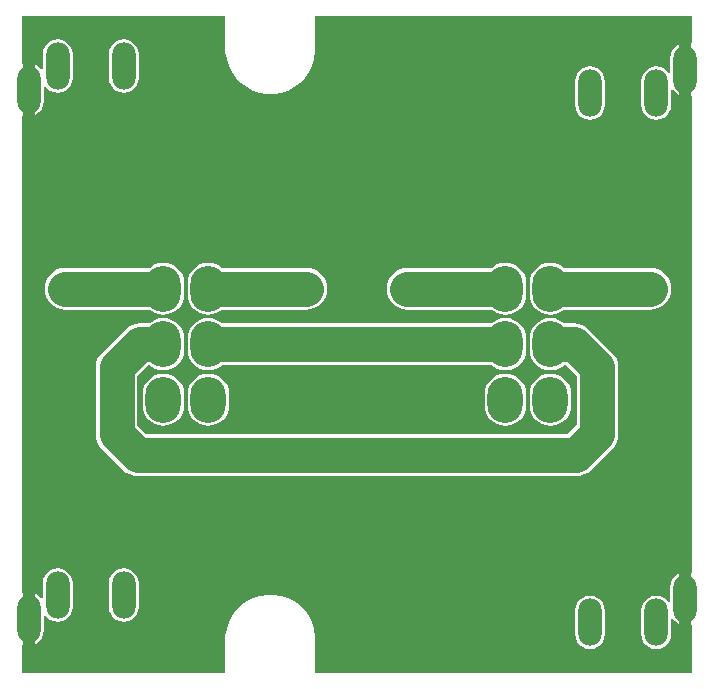
<source format=gbl>
G04*
G04 #@! TF.GenerationSoftware,Altium Limited,Altium Designer,18.1.9 (240)*
G04*
G04 Layer_Physical_Order=2*
G04 Layer_Color=16711680*
%FSLAX43Y43*%
%MOMM*%
G71*
G01*
G75*
%ADD14C,3.000*%
%ADD15O,2.000X4.000*%
%ADD16O,3.000X3.900*%
%ADD17C,0.800*%
%ADD18C,3.200*%
G36*
X82562Y79199D02*
X82512Y79165D01*
Y76955D01*
Y74745D01*
X82562Y74711D01*
X82562Y34400D01*
X82512Y34367D01*
Y32156D01*
Y29946D01*
X82562Y29912D01*
Y25900D01*
X50716Y25900D01*
Y28706D01*
X50716D01*
X50704Y29005D01*
X50611Y29596D01*
X50426Y30166D01*
X50154Y30699D01*
X49802Y31184D01*
X49378Y31607D01*
X48894Y31959D01*
X48360Y32231D01*
X47791Y32416D01*
X47199Y32510D01*
X46601D01*
X46009Y32416D01*
X45440Y32231D01*
X44906Y31959D01*
X44422Y31607D01*
X43998Y31184D01*
X43646Y30699D01*
X43374Y30166D01*
X43189Y29596D01*
X43096Y29005D01*
X43084Y28706D01*
X43084D01*
Y25900D01*
X25900Y25900D01*
Y28212D01*
X25950Y28246D01*
Y30456D01*
Y32667D01*
X25900Y32700D01*
X25900Y73011D01*
X25950Y73045D01*
Y75255D01*
Y77465D01*
X25900Y77499D01*
Y81511D01*
X43084Y81511D01*
Y78706D01*
X43084D01*
X43096Y78406D01*
X43189Y77815D01*
X43374Y77245D01*
X43646Y76712D01*
X43998Y76227D01*
X44422Y75804D01*
X44906Y75452D01*
X45440Y75180D01*
X46009Y74995D01*
X46601Y74901D01*
X47199D01*
X47791Y74995D01*
X48360Y75180D01*
X48894Y75452D01*
X49378Y75804D01*
X49802Y76227D01*
X50154Y76712D01*
X50426Y77245D01*
X50611Y77815D01*
X50704Y78406D01*
X50716Y78706D01*
X50716D01*
Y81511D01*
X82562Y81511D01*
Y79199D01*
D02*
G37*
%LPC*%
G36*
X28900Y79520D02*
X28573Y79477D01*
X28268Y79350D01*
X28006Y79149D01*
X27805Y78887D01*
X27678Y78582D01*
X27635Y78255D01*
Y76979D01*
X27508Y76936D01*
X27344Y77149D01*
X27082Y77350D01*
X26950Y77405D01*
Y75255D01*
Y73105D01*
X27082Y73160D01*
X27344Y73361D01*
X27545Y73623D01*
X27672Y73928D01*
X27715Y74255D01*
Y75531D01*
X27842Y75574D01*
X28006Y75361D01*
X28268Y75160D01*
X28573Y75033D01*
X28900Y74990D01*
X29227Y75033D01*
X29532Y75160D01*
X29794Y75361D01*
X29995Y75623D01*
X30122Y75928D01*
X30165Y76255D01*
Y78255D01*
X30122Y78582D01*
X29995Y78887D01*
X29794Y79149D01*
X29532Y79350D01*
X29227Y79477D01*
X28900Y79520D01*
D02*
G37*
G36*
X81512Y79105D02*
X81380Y79050D01*
X81118Y78849D01*
X80917Y78587D01*
X80790Y78282D01*
X80747Y77955D01*
Y76679D01*
X80620Y76636D01*
X80456Y76849D01*
X80194Y77050D01*
X79889Y77177D01*
X79562Y77220D01*
X79235Y77177D01*
X78930Y77050D01*
X78668Y76849D01*
X78467Y76587D01*
X78340Y76282D01*
X78297Y75955D01*
Y73955D01*
X78340Y73628D01*
X78467Y73323D01*
X78668Y73061D01*
X78930Y72860D01*
X79235Y72733D01*
X79562Y72690D01*
X79889Y72733D01*
X80194Y72860D01*
X80456Y73061D01*
X80657Y73323D01*
X80784Y73628D01*
X80827Y73955D01*
Y75231D01*
X80954Y75274D01*
X81118Y75061D01*
X81380Y74860D01*
X81512Y74805D01*
Y76955D01*
Y79105D01*
D02*
G37*
G36*
X34500Y79520D02*
X34173Y79477D01*
X33868Y79350D01*
X33606Y79149D01*
X33405Y78887D01*
X33278Y78582D01*
X33235Y78255D01*
Y76255D01*
X33278Y75928D01*
X33405Y75623D01*
X33606Y75361D01*
X33868Y75160D01*
X34173Y75033D01*
X34500Y74990D01*
X34827Y75033D01*
X35132Y75160D01*
X35394Y75361D01*
X35595Y75623D01*
X35722Y75928D01*
X35765Y76255D01*
Y78255D01*
X35722Y78582D01*
X35595Y78887D01*
X35394Y79149D01*
X35132Y79350D01*
X34827Y79477D01*
X34500Y79520D01*
D02*
G37*
G36*
X73962Y77220D02*
X73635Y77177D01*
X73330Y77050D01*
X73068Y76849D01*
X72867Y76587D01*
X72740Y76282D01*
X72697Y75955D01*
Y73955D01*
X72740Y73628D01*
X72867Y73323D01*
X73068Y73061D01*
X73330Y72860D01*
X73635Y72733D01*
X73962Y72690D01*
X74289Y72733D01*
X74594Y72860D01*
X74856Y73061D01*
X75057Y73323D01*
X75184Y73628D01*
X75227Y73955D01*
Y75955D01*
X75184Y76282D01*
X75057Y76587D01*
X74856Y76849D01*
X74594Y77050D01*
X74289Y77177D01*
X73962Y77220D01*
D02*
G37*
G36*
X70616Y60611D02*
X70272Y60578D01*
X69941Y60477D01*
X69637Y60314D01*
X69370Y60095D01*
X69151Y59828D01*
X68988Y59523D01*
X68887Y59193D01*
X68853Y58849D01*
Y57949D01*
X68887Y57605D01*
X68988Y57275D01*
X69151Y56970D01*
X69370Y56703D01*
X69637Y56484D01*
X69941Y56321D01*
X70272Y56220D01*
X70616Y56187D01*
X70960Y56220D01*
X71290Y56321D01*
X71595Y56484D01*
X71782Y56637D01*
X79075D01*
X79419Y56670D01*
X79749Y56771D01*
X80054Y56934D01*
X80321Y57153D01*
X80540Y57420D01*
X80703Y57725D01*
X80804Y58055D01*
X80837Y58399D01*
X80804Y58743D01*
X80703Y59073D01*
X80540Y59378D01*
X80321Y59645D01*
X80054Y59864D01*
X79749Y60027D01*
X79419Y60128D01*
X79075Y60161D01*
X71782D01*
X71595Y60314D01*
X71290Y60477D01*
X70960Y60578D01*
X70616Y60611D01*
D02*
G37*
G36*
X66806D02*
X66462Y60578D01*
X66131Y60477D01*
X65827Y60314D01*
X65640Y60161D01*
X58510D01*
X58166Y60128D01*
X57835Y60027D01*
X57531Y59864D01*
X57264Y59645D01*
X57045Y59378D01*
X56882Y59073D01*
X56781Y58743D01*
X56747Y58399D01*
X56781Y58055D01*
X56882Y57725D01*
X57045Y57420D01*
X57264Y57153D01*
X57531Y56934D01*
X57835Y56771D01*
X58166Y56670D01*
X58510Y56637D01*
X65640D01*
X65827Y56484D01*
X66131Y56321D01*
X66462Y56220D01*
X66806Y56187D01*
X67150Y56220D01*
X67480Y56321D01*
X67785Y56484D01*
X68052Y56703D01*
X68271Y56970D01*
X68434Y57275D01*
X68535Y57605D01*
X68568Y57949D01*
Y58849D01*
X68535Y59193D01*
X68434Y59523D01*
X68271Y59828D01*
X68052Y60095D01*
X67785Y60314D01*
X67480Y60477D01*
X67150Y60578D01*
X66806Y60611D01*
D02*
G37*
G36*
X41656D02*
X41312Y60578D01*
X40982Y60477D01*
X40677Y60314D01*
X40410Y60095D01*
X40191Y59828D01*
X40028Y59523D01*
X39927Y59193D01*
X39894Y58849D01*
Y57949D01*
X39927Y57605D01*
X40028Y57275D01*
X40191Y56970D01*
X40410Y56703D01*
X40677Y56484D01*
X40982Y56321D01*
X41312Y56220D01*
X41656Y56187D01*
X42000Y56220D01*
X42330Y56321D01*
X42635Y56484D01*
X42822Y56637D01*
X49952D01*
X50296Y56670D01*
X50626Y56771D01*
X50931Y56934D01*
X51198Y57153D01*
X51417Y57420D01*
X51580Y57725D01*
X51681Y58055D01*
X51714Y58399D01*
X51681Y58743D01*
X51580Y59073D01*
X51417Y59378D01*
X51198Y59645D01*
X50931Y59864D01*
X50626Y60027D01*
X50296Y60128D01*
X49952Y60161D01*
X42822D01*
X42635Y60314D01*
X42330Y60477D01*
X42000Y60578D01*
X41656Y60611D01*
D02*
G37*
G36*
X37846D02*
X37502Y60578D01*
X37172Y60477D01*
X36867Y60314D01*
X36680Y60161D01*
X29550D01*
X29206Y60128D01*
X28876Y60027D01*
X28571Y59864D01*
X28304Y59645D01*
X28085Y59378D01*
X27922Y59073D01*
X27821Y58743D01*
X27788Y58399D01*
X27821Y58055D01*
X27922Y57725D01*
X28085Y57420D01*
X28304Y57153D01*
X28571Y56934D01*
X28876Y56771D01*
X29206Y56670D01*
X29550Y56637D01*
X36680D01*
X36867Y56484D01*
X37172Y56321D01*
X37502Y56220D01*
X37846Y56187D01*
X38190Y56220D01*
X38520Y56321D01*
X38825Y56484D01*
X39092Y56703D01*
X39311Y56970D01*
X39474Y57275D01*
X39575Y57605D01*
X39608Y57949D01*
Y58849D01*
X39575Y59193D01*
X39474Y59523D01*
X39311Y59828D01*
X39092Y60095D01*
X38825Y60314D01*
X38520Y60477D01*
X38190Y60578D01*
X37846Y60611D01*
D02*
G37*
G36*
X66806Y55912D02*
X66462Y55879D01*
X66131Y55778D01*
X65827Y55615D01*
X65640Y55462D01*
X42822D01*
X42635Y55615D01*
X42330Y55778D01*
X42000Y55879D01*
X41656Y55912D01*
X41312Y55879D01*
X40982Y55778D01*
X40677Y55615D01*
X40410Y55396D01*
X40191Y55129D01*
X40028Y54824D01*
X39927Y54494D01*
X39894Y54150D01*
Y53250D01*
X39927Y52906D01*
X40028Y52576D01*
X40191Y52271D01*
X40410Y52004D01*
X40677Y51785D01*
X40982Y51622D01*
X41312Y51521D01*
X41656Y51488D01*
X42000Y51521D01*
X42330Y51622D01*
X42635Y51785D01*
X42822Y51938D01*
X65640D01*
X65827Y51785D01*
X66131Y51622D01*
X66462Y51521D01*
X66806Y51488D01*
X67150Y51521D01*
X67480Y51622D01*
X67785Y51785D01*
X68052Y52004D01*
X68271Y52271D01*
X68434Y52576D01*
X68535Y52906D01*
X68568Y53250D01*
Y54150D01*
X68535Y54494D01*
X68434Y54824D01*
X68271Y55129D01*
X68052Y55396D01*
X67785Y55615D01*
X67480Y55778D01*
X67150Y55879D01*
X66806Y55912D01*
D02*
G37*
G36*
X70616D02*
X70272Y55879D01*
X69941Y55778D01*
X69637Y55615D01*
X69370Y55396D01*
X69151Y55129D01*
X68988Y54824D01*
X68887Y54494D01*
X68853Y54150D01*
Y53250D01*
X68887Y52906D01*
X68988Y52576D01*
X69151Y52271D01*
X69370Y52004D01*
X69637Y51785D01*
X69941Y51622D01*
X70272Y51521D01*
X70616Y51488D01*
X70960Y51521D01*
X71290Y51622D01*
X71595Y51785D01*
X71782Y51938D01*
X71907D01*
X72824Y51020D01*
Y46830D01*
X72057Y46062D01*
X36405D01*
X35637Y46830D01*
Y51020D01*
X36555Y51938D01*
X36680D01*
X36867Y51785D01*
X37172Y51622D01*
X37502Y51521D01*
X37846Y51488D01*
X38190Y51521D01*
X38520Y51622D01*
X38825Y51785D01*
X39092Y52004D01*
X39311Y52271D01*
X39474Y52576D01*
X39575Y52906D01*
X39608Y53250D01*
Y54150D01*
X39575Y54494D01*
X39474Y54824D01*
X39311Y55129D01*
X39092Y55396D01*
X38825Y55615D01*
X38520Y55778D01*
X38190Y55879D01*
X37846Y55912D01*
X37502Y55879D01*
X37172Y55778D01*
X36867Y55615D01*
X36680Y55462D01*
X35825D01*
X35481Y55429D01*
X35151Y55328D01*
X34846Y55165D01*
X34579Y54946D01*
X34579Y54946D01*
X32629Y52996D01*
X32410Y52729D01*
X32247Y52424D01*
X32146Y52094D01*
X32113Y51750D01*
Y46100D01*
X32146Y45756D01*
X32247Y45426D01*
X32410Y45121D01*
X32629Y44854D01*
X34429Y43054D01*
X34429Y43054D01*
X34696Y42835D01*
X35001Y42672D01*
X35331Y42571D01*
X35675Y42538D01*
X72787D01*
X73131Y42571D01*
X73461Y42672D01*
X73766Y42835D01*
X74033Y43054D01*
X75833Y44854D01*
X75833Y44854D01*
X76052Y45121D01*
X76215Y45426D01*
X76316Y45756D01*
X76349Y46100D01*
Y51750D01*
X76316Y52094D01*
X76215Y52424D01*
X76052Y52729D01*
X75833Y52996D01*
X75833Y52996D01*
X73883Y54946D01*
X73616Y55165D01*
X73311Y55328D01*
X72981Y55429D01*
X72637Y55462D01*
X71782D01*
X71595Y55615D01*
X71290Y55778D01*
X70960Y55879D01*
X70616Y55912D01*
D02*
G37*
G36*
Y51213D02*
X70272Y51180D01*
X69941Y51079D01*
X69637Y50916D01*
X69370Y50697D01*
X69151Y50430D01*
X68988Y50125D01*
X68887Y49795D01*
X68853Y49451D01*
Y48551D01*
X68887Y48207D01*
X68988Y47877D01*
X69151Y47572D01*
X69370Y47305D01*
X69637Y47086D01*
X69941Y46923D01*
X70272Y46822D01*
X70616Y46789D01*
X70960Y46822D01*
X71290Y46923D01*
X71595Y47086D01*
X71862Y47305D01*
X72081Y47572D01*
X72244Y47877D01*
X72345Y48207D01*
X72378Y48551D01*
Y49451D01*
X72345Y49795D01*
X72244Y50125D01*
X72081Y50430D01*
X71862Y50697D01*
X71595Y50916D01*
X71290Y51079D01*
X70960Y51180D01*
X70616Y51213D01*
D02*
G37*
G36*
X66806D02*
X66462Y51180D01*
X66131Y51079D01*
X65827Y50916D01*
X65560Y50697D01*
X65341Y50430D01*
X65178Y50125D01*
X65077Y49795D01*
X65043Y49451D01*
Y48551D01*
X65077Y48207D01*
X65178Y47877D01*
X65341Y47572D01*
X65560Y47305D01*
X65827Y47086D01*
X66131Y46923D01*
X66462Y46822D01*
X66806Y46789D01*
X67150Y46822D01*
X67480Y46923D01*
X67785Y47086D01*
X68052Y47305D01*
X68271Y47572D01*
X68434Y47877D01*
X68535Y48207D01*
X68568Y48551D01*
Y49451D01*
X68535Y49795D01*
X68434Y50125D01*
X68271Y50430D01*
X68052Y50697D01*
X67785Y50916D01*
X67480Y51079D01*
X67150Y51180D01*
X66806Y51213D01*
D02*
G37*
G36*
X41656D02*
X41312Y51180D01*
X40982Y51079D01*
X40677Y50916D01*
X40410Y50697D01*
X40191Y50430D01*
X40028Y50125D01*
X39927Y49795D01*
X39894Y49451D01*
Y48551D01*
X39927Y48207D01*
X40028Y47877D01*
X40191Y47572D01*
X40410Y47305D01*
X40677Y47086D01*
X40982Y46923D01*
X41312Y46822D01*
X41656Y46789D01*
X42000Y46822D01*
X42330Y46923D01*
X42635Y47086D01*
X42902Y47305D01*
X43121Y47572D01*
X43284Y47877D01*
X43385Y48207D01*
X43418Y48551D01*
Y49451D01*
X43385Y49795D01*
X43284Y50125D01*
X43121Y50430D01*
X42902Y50697D01*
X42635Y50916D01*
X42330Y51079D01*
X42000Y51180D01*
X41656Y51213D01*
D02*
G37*
G36*
X37846D02*
X37502Y51180D01*
X37172Y51079D01*
X36867Y50916D01*
X36600Y50697D01*
X36381Y50430D01*
X36218Y50125D01*
X36117Y49795D01*
X36084Y49451D01*
Y48551D01*
X36117Y48207D01*
X36218Y47877D01*
X36381Y47572D01*
X36600Y47305D01*
X36867Y47086D01*
X37172Y46923D01*
X37502Y46822D01*
X37846Y46789D01*
X38190Y46822D01*
X38520Y46923D01*
X38825Y47086D01*
X39092Y47305D01*
X39311Y47572D01*
X39474Y47877D01*
X39575Y48207D01*
X39608Y48551D01*
Y49451D01*
X39575Y49795D01*
X39474Y50125D01*
X39311Y50430D01*
X39092Y50697D01*
X38825Y50916D01*
X38520Y51079D01*
X38190Y51180D01*
X37846Y51213D01*
D02*
G37*
G36*
X28900Y34721D02*
X28573Y34678D01*
X28268Y34552D01*
X28006Y34351D01*
X27805Y34089D01*
X27678Y33784D01*
X27635Y33456D01*
Y32180D01*
X27508Y32137D01*
X27344Y32351D01*
X27082Y32552D01*
X26950Y32606D01*
Y30456D01*
Y28306D01*
X27082Y28361D01*
X27344Y28562D01*
X27545Y28824D01*
X27672Y29129D01*
X27715Y29456D01*
Y30732D01*
X27842Y30775D01*
X28006Y30562D01*
X28268Y30361D01*
X28573Y30235D01*
X28900Y30191D01*
X29227Y30235D01*
X29532Y30361D01*
X29794Y30562D01*
X29995Y30824D01*
X30122Y31129D01*
X30165Y31456D01*
Y33456D01*
X30122Y33784D01*
X29995Y34089D01*
X29794Y34351D01*
X29532Y34552D01*
X29227Y34678D01*
X28900Y34721D01*
D02*
G37*
G36*
X81512Y34306D02*
X81380Y34252D01*
X81118Y34051D01*
X80917Y33789D01*
X80790Y33484D01*
X80747Y33156D01*
Y31880D01*
X80620Y31837D01*
X80456Y32051D01*
X80194Y32252D01*
X79889Y32378D01*
X79562Y32421D01*
X79235Y32378D01*
X78930Y32252D01*
X78668Y32051D01*
X78467Y31789D01*
X78340Y31484D01*
X78297Y31156D01*
Y29156D01*
X78340Y28829D01*
X78467Y28524D01*
X78668Y28262D01*
X78930Y28061D01*
X79235Y27935D01*
X79562Y27891D01*
X79889Y27935D01*
X80194Y28061D01*
X80456Y28262D01*
X80657Y28524D01*
X80784Y28829D01*
X80827Y29156D01*
Y30432D01*
X80954Y30475D01*
X81118Y30262D01*
X81380Y30061D01*
X81512Y30006D01*
Y32156D01*
Y34306D01*
D02*
G37*
G36*
X34500Y34721D02*
X34173Y34678D01*
X33868Y34552D01*
X33606Y34351D01*
X33405Y34089D01*
X33278Y33784D01*
X33235Y33456D01*
Y31456D01*
X33278Y31129D01*
X33405Y30824D01*
X33606Y30562D01*
X33868Y30361D01*
X34173Y30235D01*
X34500Y30191D01*
X34827Y30235D01*
X35132Y30361D01*
X35394Y30562D01*
X35595Y30824D01*
X35722Y31129D01*
X35765Y31456D01*
Y33456D01*
X35722Y33784D01*
X35595Y34089D01*
X35394Y34351D01*
X35132Y34552D01*
X34827Y34678D01*
X34500Y34721D01*
D02*
G37*
G36*
X73962Y32421D02*
X73635Y32378D01*
X73330Y32252D01*
X73068Y32051D01*
X72867Y31789D01*
X72740Y31484D01*
X72697Y31156D01*
Y29156D01*
X72740Y28829D01*
X72867Y28524D01*
X73068Y28262D01*
X73330Y28061D01*
X73635Y27935D01*
X73962Y27891D01*
X74289Y27935D01*
X74594Y28061D01*
X74856Y28262D01*
X75057Y28524D01*
X75184Y28829D01*
X75227Y29156D01*
Y31156D01*
X75184Y31484D01*
X75057Y31789D01*
X74856Y32051D01*
X74594Y32252D01*
X74289Y32378D01*
X73962Y32421D01*
D02*
G37*
%LPD*%
D14*
X29550Y58399D02*
X37846D01*
X49108D02*
X49952D01*
X41656D02*
X49108D01*
X78231D02*
X79075D01*
X70616D02*
X78231D01*
X58510D02*
X59356D01*
X66806D01*
X74587Y46100D02*
Y51750D01*
X41656Y53700D02*
X66806D01*
X35675Y44300D02*
X72787D01*
X70616Y53700D02*
X72637D01*
X74587Y51750D01*
X72787Y44300D02*
X74587Y46100D01*
X33875D02*
X35675Y44300D01*
X33875Y46100D02*
Y51750D01*
X35825Y53700D01*
X37846D01*
D15*
X82012Y32156D02*
D03*
X79562Y30156D02*
D03*
X73962D02*
D03*
X26450Y30456D02*
D03*
X28900Y32456D02*
D03*
X34500D02*
D03*
X73962Y74955D02*
D03*
X79562D02*
D03*
X82012Y76955D02*
D03*
X34500Y77255D02*
D03*
X28900D02*
D03*
X26450Y75255D02*
D03*
D16*
X66806Y53700D02*
D03*
Y49001D02*
D03*
Y58399D02*
D03*
X70616D02*
D03*
Y49001D02*
D03*
Y53700D02*
D03*
X37846D02*
D03*
Y58399D02*
D03*
Y49001D02*
D03*
X41656D02*
D03*
Y58399D02*
D03*
Y53700D02*
D03*
D17*
X31900Y44800D02*
D03*
X31300Y61000D02*
D03*
X76700Y44800D02*
D03*
Y56000D02*
D03*
X58800Y62800D02*
D03*
X60700Y56000D02*
D03*
X47700D02*
D03*
X60862Y50200D02*
D03*
Y46700D02*
D03*
X64462D02*
D03*
X44000D02*
D03*
X47600D02*
D03*
Y50200D02*
D03*
X78231Y58889D02*
D03*
X78230Y57912D02*
D03*
X79921Y57910D02*
D03*
X79075Y57423D02*
D03*
Y59377D02*
D03*
X79920Y58888D02*
D03*
X57666Y58889D02*
D03*
X57665Y57912D02*
D03*
X59356Y57910D02*
D03*
X58510Y57423D02*
D03*
Y59377D02*
D03*
X59355Y58888D02*
D03*
X49108Y58889D02*
D03*
X49107Y57912D02*
D03*
X50798Y57910D02*
D03*
X49952Y57423D02*
D03*
Y59377D02*
D03*
X50797Y58888D02*
D03*
X30395D02*
D03*
X29550Y59377D02*
D03*
Y57423D02*
D03*
X30396Y57910D02*
D03*
X28705Y57912D02*
D03*
X28706Y58889D02*
D03*
X79075Y58399D02*
D03*
X29550D02*
D03*
X58510D02*
D03*
X49952D02*
D03*
X34400Y41900D02*
D03*
X49400Y62900D02*
D03*
X64650Y77150D02*
D03*
X59400Y72150D02*
D03*
X59650Y34150D02*
D03*
X54150Y30400D02*
D03*
Y35900D02*
D03*
Y41400D02*
D03*
Y76150D02*
D03*
Y69900D02*
D03*
Y62900D02*
D03*
Y46900D02*
D03*
X47150Y33400D02*
D03*
X42400Y29650D02*
D03*
X32150Y30400D02*
D03*
Y35150D02*
D03*
X47400Y41000D02*
D03*
X44900Y38400D02*
D03*
X41400Y34900D02*
D03*
X32150Y39400D02*
D03*
X35900Y64400D02*
D03*
X74150Y41900D02*
D03*
X61100Y40500D02*
D03*
X63900Y37400D02*
D03*
X68900Y32650D02*
D03*
X76400Y32150D02*
D03*
Y39150D02*
D03*
Y72150D02*
D03*
Y77150D02*
D03*
X72900Y64400D02*
D03*
X76400Y67900D02*
D03*
X63900Y64400D02*
D03*
X63650Y69400D02*
D03*
X66900Y72400D02*
D03*
X47650Y73900D02*
D03*
X39900Y46900D02*
D03*
X68650D02*
D03*
Y60650D02*
D03*
Y51400D02*
D03*
Y56150D02*
D03*
X39900Y51400D02*
D03*
Y56150D02*
D03*
Y60900D02*
D03*
X44650Y65150D02*
D03*
X41900Y71650D02*
D03*
X44900Y68900D02*
D03*
X39150Y74650D02*
D03*
X32150Y67900D02*
D03*
Y75150D02*
D03*
X81812Y72150D02*
D03*
Y37400D02*
D03*
Y42364D02*
D03*
Y47329D02*
D03*
Y52293D02*
D03*
Y57257D02*
D03*
Y62221D02*
D03*
Y67186D02*
D03*
X26650Y65186D02*
D03*
Y60221D02*
D03*
Y55257D02*
D03*
Y50293D02*
D03*
Y45329D02*
D03*
Y40364D02*
D03*
Y35400D02*
D03*
Y70150D02*
D03*
X61633Y80900D02*
D03*
X56549D02*
D03*
X66716D02*
D03*
X51466D02*
D03*
X71799D02*
D03*
X76883D02*
D03*
X81966D02*
D03*
Y26511D02*
D03*
X76883D02*
D03*
X71799D02*
D03*
X51466D02*
D03*
X66716D02*
D03*
X56549D02*
D03*
X61633D02*
D03*
X26650D02*
D03*
X42400D02*
D03*
X31900D02*
D03*
X37150D02*
D03*
Y80900D02*
D03*
X31900D02*
D03*
X42400D02*
D03*
X26650D02*
D03*
X54150Y56150D02*
D03*
Y51400D02*
D03*
D18*
X68231Y67706D02*
D03*
X40231D02*
D03*
X68231Y39706D02*
D03*
X40231D02*
D03*
M02*

</source>
